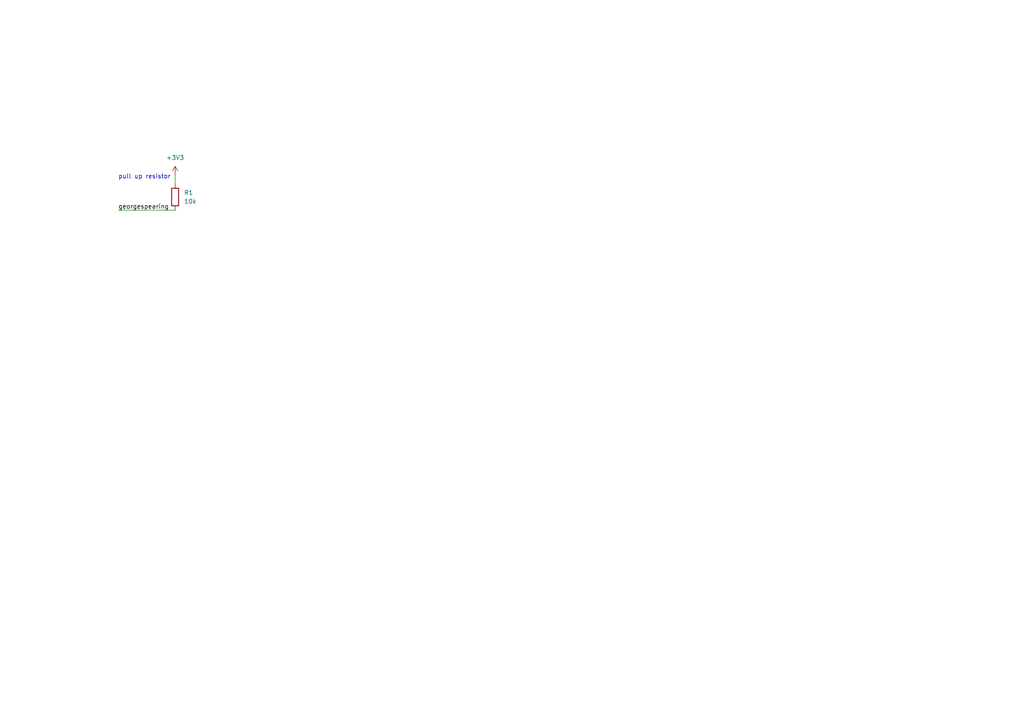
<source format=kicad_sch>
(kicad_sch (version 20211123) (generator eeschema)
  (paper "A4")
  (lib_symbols
    (symbol "Device:R" (pin_numbers hide) (pin_names (offset 0))
      (property "Reference" "R" (at 2.032 0 90))
      (property "Value" "R" (at 0 0 90))
      (symbol "R_0_1"
        (rectangle (start -1.016 -2.54) (end 1.016 2.54) (stroke (width 0.254)))
      )
      (symbol "R_1_1"
        (pin passive line (at 0 3.81 270) (length 1.27) (name "~") (number "1"))
        (pin passive line (at 0 -3.81 90) (length 1.27) (name "~") (number "2"))
      )
    )
    (symbol "power:+3.3V" (power) (pin_names (offset 0))
      (property "Value" "+3.3V" (at 0 3.556 0))
      (symbol "+3.3V_0_1"
        (polyline (pts (xy -0.762 1.27) (xy 0 2.54)))
        (polyline (pts (xy 0 0) (xy 0 2.54)))
        (polyline (pts (xy 0 2.54) (xy 0.762 1.27)))
      )
      (symbol "+3.3V_1_1"
        (pin power_in line (at 0 0 90) (length 0) hide (name "+3V3") (number "1"))
      )
    )
  )
  (wire (pts (xy 50.8 50.8) (xy 50.8 53.34)))
  (wire (pts (xy 34.29 60.96) (xy 50.8 60.96)))
  (text "pull up resistor" (at 34.29 52.07 0) (effects (font (size 1.27 1.27)) (justify left bottom)))
  (label "georgespearing" (at 34.29 60.96 0))
  (symbol (lib_id "Device:R") (at 50.8 57.15 0) (unit 1)
    (property "Reference" "R1" (at 53.34 55.8799 0) (effects (justify left)))
    (property "Value" "10k" (at 53.34 58.4199 0) (effects (justify left)))
    (property "Footprint" "Resistor_SMD:R_0201_0603Metric_Pad0.64x0.40mm_HandSolder" (effects hide))
  )
  (symbol (lib_id "power:+3.3V") (at 50.8 50.8 0) (unit 1)
    (property "Reference" "#PWR0101" (effects hide))
    (property "Value" "+3.3V" (at 50.8 45.72 0))
  )
)
</source>
